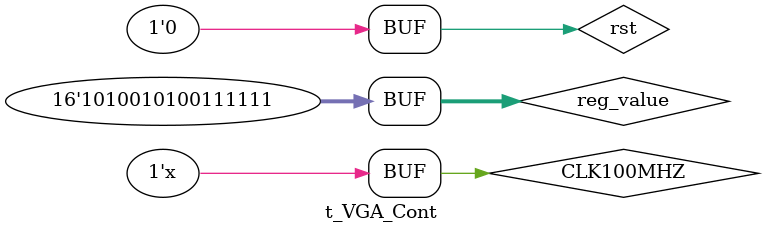
<source format=v>
`timescale 1ns / 100ps


module t_VGA_Cont();

reg CLK100MHZ, rst;
reg [15:0] reg_value;
wire [3:0] VGA_R, VGA_G, VGA_B;
wire VGA_HS, VGA_VS;

top_VGA   t1(reg_value, CLK100MHZ, rst, VGA_R, VGA_G, VGA_B, VGA_HS, VGA_VS);

initial
begin
#0 CLK100MHZ = 0;
#0 rst = 0;
#0 reg_value = 16'h0;
#1 rst = 1;
#100 rst = 0;
end
always 
#1 CLK100MHZ = ~CLK100MHZ;
initial
begin
#10 reg_value = 16'h1;
#10000000 reg_value = 16'h0015;
#10000000 reg_value = 16'h03bc;
#10000000 reg_value = 16'h5e60;
#10000000 reg_value = 16'ha53f;
end


endmodule

</source>
